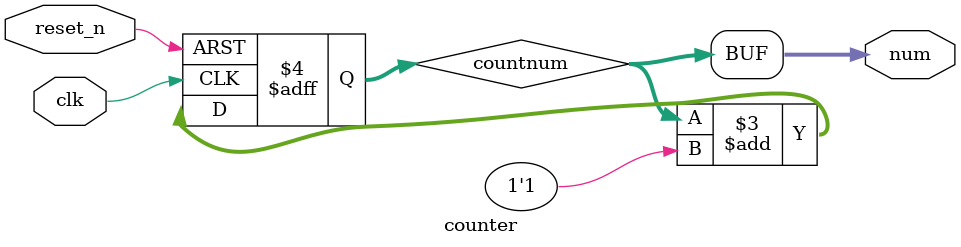
<source format=v>
module counter
(
    input clk,
    input reset_n,
    output [15:0] num
);

    reg [15:0] countnum;

    always @(posedge clk, negedge reset_n) begin
        if(!reset_n) begin
            countnum <= 16'd0;
        end else begin
            countnum <= countnum + 1'b1;
        end
    end

    assign num = countnum;

endmodule

</source>
